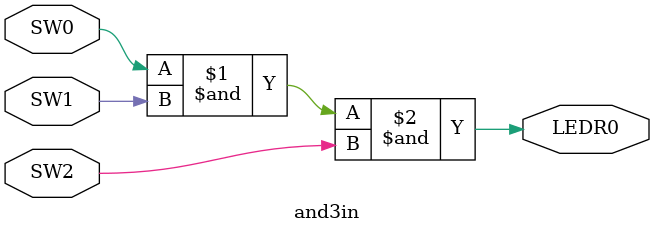
<source format=v>

module and3in(
	SW0,	// input  SW0
	SW1,	// input  SW1
	SW2,	//	input	 SW2
	LEDR0	// output  LEDR0
);

//Internal Signal Declarations
input wire SW0;
input wire SW1;
input wire SW2;
output wire LEDR0;

//Combinational Logic Statements
assign LEDR0 = SW0 & SW1 & SW2;

//Sequential Logic Statements


endmodule

</source>
